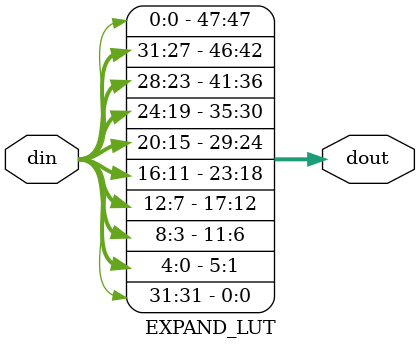
<source format=v>
module EXPAND_LUT (
    input [31:0] din,
    output [47:0] dout
);
assign dout[47] = din[0];
assign dout[46] = din[31];
assign dout[45] = din[30];
assign dout[44] = din[29];
assign dout[43] = din[28];
assign dout[42] = din[27];
assign dout[41] = din[28];
assign dout[40] = din[27];
assign dout[39] = din[26];
assign dout[38] = din[25];
assign dout[37] = din[24];
assign dout[36] = din[23];
assign dout[35] = din[24];
assign dout[34] = din[23];
assign dout[33] = din[22];
assign dout[32] = din[21];
assign dout[31] = din[20];
assign dout[30] = din[19];
assign dout[29] = din[20];
assign dout[28] = din[19];
assign dout[27] = din[18];
assign dout[26] = din[17];
assign dout[25] = din[16];
assign dout[24] = din[15];
assign dout[23] = din[16];
assign dout[22] = din[15];
assign dout[21] = din[14];
assign dout[20] = din[13];
assign dout[19] = din[12];
assign dout[18] = din[11];
assign dout[17] = din[12];
assign dout[16] = din[11];
assign dout[15] = din[10];
assign dout[14] = din[9];
assign dout[13] = din[8];
assign dout[12] = din[7];
assign dout[11] = din[8];
assign dout[10] = din[7];
assign dout [9] = din[6];
assign dout [8] = din[5];
assign dout [7] = din[4];
assign dout [6] = din[3];
assign dout [5] = din[4];
assign dout [4] = din[3];
assign dout [3] = din[2];
assign dout [2] = din[1];
assign dout [1] = din[0];
assign dout [0] = din[31];
endmodule
</source>
